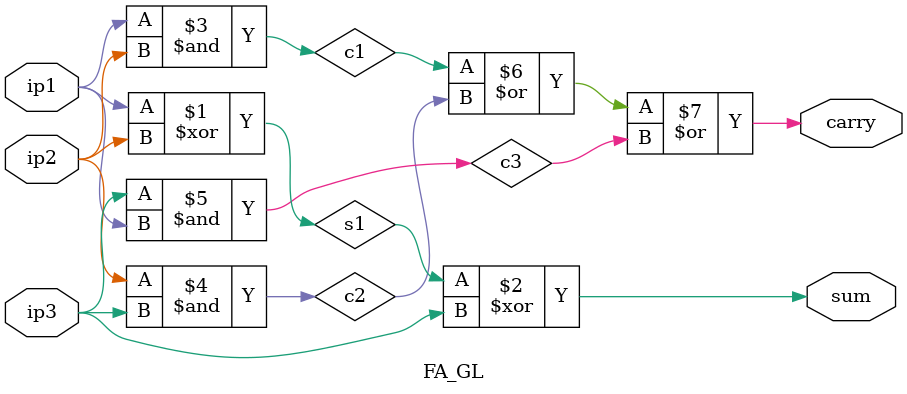
<source format=v>
`timescale 1ns / 1ps

// Author : Venu Pabbuleti 
// ID     : N180116
//Branch  : ECE
//Project : RTL design using Verilog
//Design  : Full Adder using Gate Level Model
//Module  : Main Design Module
//RGUKT NUZVID 
//////////////////////////////////////////////////////////////////////////////////

module FA_GL(ip1,ip2,ip3,carry,sum);
input ip1,ip2,ip3;
output carry,sum;

wire s1,c1,c2,c3;
xor x1(s1,ip1,ip2);
xor x2(sum,s1,ip3);

and a1(c1,ip1,ip2);
and a2(c2,ip2,ip3);
and a3(c3,ip3,ip1);

or o1(carry,c1,c2,c3);
endmodule

</source>
